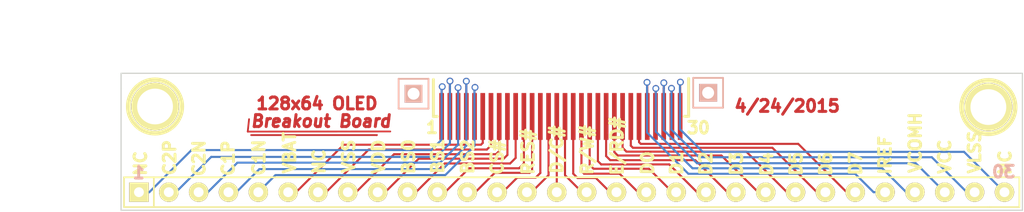
<source format=kicad_pcb>
(kicad_pcb (version 3) (host pcbnew "(2013-07-07 BZR 4022)-stable")

  (general
    (links 30)
    (no_connects 0)
    (area 158.751001 104.719001 246.627177 122.351001)
    (thickness 1.6)
    (drawings 50)
    (tracks 177)
    (zones 0)
    (modules 6)
    (nets 31)
  )

  (page A3)
  (layers
    (15 F.Cu signal)
    (0 B.Cu signal)
    (16 B.Adhes user)
    (17 F.Adhes user)
    (18 B.Paste user)
    (19 F.Paste user)
    (20 B.SilkS user)
    (21 F.SilkS user)
    (22 B.Mask user)
    (23 F.Mask user)
    (24 Dwgs.User user)
    (25 Cmts.User user)
    (26 Eco1.User user)
    (27 Eco2.User user)
    (28 Edge.Cuts user)
  )

  (setup
    (last_trace_width 0.1524)
    (user_trace_width 0.1778)
    (user_trace_width 0.4)
    (trace_clearance 0.1524)
    (zone_clearance 0.508)
    (zone_45_only no)
    (trace_min 0.1524)
    (segment_width 0.254)
    (edge_width 0.1)
    (via_size 0.508)
    (via_drill 0.3302)
    (via_min_size 0.508)
    (via_min_drill 0.3302)
    (user_via 0.5842 0.381)
    (uvia_size 0.508)
    (uvia_drill 0.3302)
    (uvias_allowed no)
    (uvia_min_size 0.508)
    (uvia_min_drill 0.3302)
    (pcb_text_width 0.3)
    (pcb_text_size 1.5 1.5)
    (mod_edge_width 0.15)
    (mod_text_size 1 1)
    (mod_text_width 0.15)
    (pad_size 1.651 1.651)
    (pad_drill 0.8382)
    (pad_to_mask_clearance 0)
    (aux_axis_origin 0 0)
    (visible_elements 7FFFFFFF)
    (pcbplotparams
      (layerselection 2097152)
      (usegerberextensions true)
      (excludeedgelayer true)
      (linewidth 0.150000)
      (plotframeref false)
      (viasonmask false)
      (mode 1)
      (useauxorigin false)
      (hpglpennumber 1)
      (hpglpenspeed 20)
      (hpglpendiameter 15)
      (hpglpenoverlay 2)
      (psnegative false)
      (psa4output false)
      (plotreference true)
      (plotvalue true)
      (plotothertext true)
      (plotinvisibletext false)
      (padsonsilk false)
      (subtractmaskfromsilk false)
      (outputformat 1)
      (mirror false)
      (drillshape 0)
      (scaleselection 1)
      (outputdirectory U:/Gerber/))
  )

  (net 0 "")
  (net 1 N-000001)
  (net 2 N-0000010)
  (net 3 N-0000011)
  (net 4 N-0000012)
  (net 5 N-0000013)
  (net 6 N-0000014)
  (net 7 N-0000015)
  (net 8 N-0000016)
  (net 9 N-0000017)
  (net 10 N-0000018)
  (net 11 N-0000019)
  (net 12 N-000002)
  (net 13 N-0000020)
  (net 14 N-0000021)
  (net 15 N-0000022)
  (net 16 N-0000023)
  (net 17 N-0000024)
  (net 18 N-0000025)
  (net 19 N-0000026)
  (net 20 N-0000027)
  (net 21 N-0000028)
  (net 22 N-0000029)
  (net 23 N-000003)
  (net 24 N-0000030)
  (net 25 N-000004)
  (net 26 N-000005)
  (net 27 N-000006)
  (net 28 N-000007)
  (net 29 N-000008)
  (net 30 N-000009)

  (net_class Default "This is the default net class."
    (clearance 0.1524)
    (trace_width 0.1524)
    (via_dia 0.508)
    (via_drill 0.3302)
    (uvia_dia 0.508)
    (uvia_drill 0.3302)
    (add_net "")
    (add_net N-000001)
    (add_net N-0000010)
    (add_net N-0000011)
    (add_net N-0000012)
    (add_net N-0000013)
    (add_net N-0000014)
    (add_net N-0000015)
    (add_net N-0000016)
    (add_net N-0000017)
    (add_net N-0000018)
    (add_net N-0000019)
    (add_net N-000002)
    (add_net N-0000020)
    (add_net N-0000021)
    (add_net N-0000022)
    (add_net N-0000023)
    (add_net N-0000024)
    (add_net N-0000025)
    (add_net N-0000026)
    (add_net N-0000027)
    (add_net N-0000028)
    (add_net N-0000029)
    (add_net N-000003)
    (add_net N-0000030)
    (add_net N-000004)
    (add_net N-000005)
    (add_net N-000006)
    (add_net N-000007)
    (add_net N-000008)
    (add_net N-000009)
  )

  (module DP (layer F.Cu) (tedit 553B8AAE) (tstamp 553AAE8F)
    (at 206.5 114.3)
    (path /553AADBD)
    (fp_text reference P2 (at 3.08 -2.67) (layer F.SilkS) hide
      (effects (font (size 1 1) (thickness 0.15)))
    )
    (fp_text value CONN_30 (at -4.3 -3) (layer F.SilkS) hide
      (effects (font (size 1 1) (thickness 0.15)))
    )
    (pad 1 smd rect (at -9.8 0) (size 0.4 4)
      (layers F.Cu F.Paste F.Mask)
      (net 30 N-000009)
    )
    (pad 2 smd rect (at -9.1 0) (size 0.4 4)
      (layers F.Cu F.Paste F.Mask)
      (net 29 N-000008)
    )
    (pad 3 smd rect (at -8.4 0) (size 0.4 4)
      (layers F.Cu F.Paste F.Mask)
      (net 28 N-000007)
    )
    (pad 4 smd rect (at -7.7 0) (size 0.4 4)
      (layers F.Cu F.Paste F.Mask)
      (net 27 N-000006)
    )
    (pad 5 smd rect (at -7 0) (size 0.4 4)
      (layers F.Cu F.Paste F.Mask)
      (net 26 N-000005)
    )
    (pad 6 smd rect (at -6.3 0) (size 0.4 4)
      (layers F.Cu F.Paste F.Mask)
      (net 25 N-000004)
    )
    (pad 7 smd rect (at -5.6 0) (size 0.4 4)
      (layers F.Cu F.Paste F.Mask)
      (net 23 N-000003)
    )
    (pad 8 smd rect (at -4.9 0) (size 0.4 4)
      (layers F.Cu F.Paste F.Mask)
      (net 12 N-000002)
    )
    (pad 9 smd rect (at -4.2 0) (size 0.4 4)
      (layers F.Cu F.Paste F.Mask)
      (net 5 N-0000013)
    )
    (pad 10 smd rect (at -3.5 0) (size 0.4 4)
      (layers F.Cu F.Paste F.Mask)
      (net 24 N-0000030)
    )
    (pad 11 smd rect (at -2.8 0) (size 0.4 4)
      (layers F.Cu F.Paste F.Mask)
      (net 22 N-0000029)
    )
    (pad 12 smd rect (at -2.1 0) (size 0.4 4)
      (layers F.Cu F.Paste F.Mask)
      (net 21 N-0000028)
    )
    (pad 13 smd rect (at -1.4 0) (size 0.4 4)
      (layers F.Cu F.Paste F.Mask)
      (net 16 N-0000023)
    )
    (pad 14 smd rect (at -0.7 0) (size 0.4 4)
      (layers F.Cu F.Paste F.Mask)
      (net 14 N-0000021)
    )
    (pad 15 smd rect (at 0 0) (size 0.4 4)
      (layers F.Cu F.Paste F.Mask)
      (net 11 N-0000019)
    )
    (pad 16 smd rect (at 0.7 0) (size 0.4 4)
      (layers F.Cu F.Paste F.Mask)
      (net 9 N-0000017)
    )
    (pad 17 smd rect (at 1.4 0) (size 0.4 4)
      (layers F.Cu F.Paste F.Mask)
      (net 7 N-0000015)
    )
    (pad 18 smd rect (at 2.1 0) (size 0.4 4)
      (layers F.Cu F.Paste F.Mask)
      (net 1 N-000001)
    )
    (pad 19 smd rect (at 2.8 0) (size 0.4 4)
      (layers F.Cu F.Paste F.Mask)
      (net 3 N-0000011)
    )
    (pad 20 smd rect (at 3.5 0) (size 0.4 4)
      (layers F.Cu F.Paste F.Mask)
      (net 17 N-0000024)
    )
    (pad 21 smd rect (at 4.2 0) (size 0.4 4)
      (layers F.Cu F.Paste F.Mask)
      (net 20 N-0000027)
    )
    (pad 22 smd rect (at 4.9 0) (size 0.4 4)
      (layers F.Cu F.Paste F.Mask)
      (net 19 N-0000026)
    )
    (pad 23 smd rect (at 5.6 0) (size 0.4 4)
      (layers F.Cu F.Paste F.Mask)
      (net 15 N-0000022)
    )
    (pad 24 smd rect (at 6.3 0) (size 0.4 4)
      (layers F.Cu F.Paste F.Mask)
      (net 13 N-0000020)
    )
    (pad 25 smd rect (at 7 0) (size 0.4 4)
      (layers F.Cu F.Paste F.Mask)
      (net 10 N-0000018)
    )
    (pad 26 smd rect (at 7.7 0) (size 0.4 4)
      (layers F.Cu F.Paste F.Mask)
      (net 8 N-0000016)
    )
    (pad 27 smd rect (at 8.4 0) (size 0.4 4)
      (layers F.Cu F.Paste F.Mask)
      (net 6 N-0000014)
    )
    (pad 28 smd rect (at 9.1 0) (size 0.4 4)
      (layers F.Cu F.Paste F.Mask)
      (net 4 N-0000012)
    )
    (pad 29 smd rect (at 9.8 0) (size 0.4 4)
      (layers F.Cu F.Paste F.Mask)
      (net 2 N-0000010)
    )
    (pad 30 smd rect (at 10.5 0) (size 0.4 4)
      (layers F.Cu F.Paste F.Mask)
      (net 18 N-0000025)
    )
  )

  (module CON (layer F.Cu) (tedit 553B8AA4) (tstamp 553AB4B3)
    (at 206.5 118.22)
    (path /553AADCE)
    (fp_text reference P1 (at 33.12 -2.93) (layer F.SilkS) hide
      (effects (font (size 1 1) (thickness 0.15)))
    )
    (fp_text value CONN_30 (at -4.826 0.508) (layer F.SilkS) hide
      (effects (font (size 1 1) (thickness 0.15)))
    )
    (fp_line (start 39.37 3.81) (end 36.83 3.81) (layer F.SilkS) (width 0.15))
    (fp_line (start 36.83 1.27) (end 39.37 1.27) (layer F.SilkS) (width 0.15))
    (fp_line (start -34.29 1.27) (end -34.29 3.81) (layer F.SilkS) (width 0.15))
    (fp_line (start -36.83 1.27) (end -36.83 3.81) (layer F.SilkS) (width 0.15))
    (fp_line (start -36.83 3.81) (end 36.83 3.81) (layer F.SilkS) (width 0.15))
    (fp_line (start 39.37 3.81) (end 39.37 1.27) (layer F.SilkS) (width 0.15))
    (fp_line (start 36.83 1.27) (end -36.83 1.27) (layer F.SilkS) (width 0.15))
    (pad 1 thru_hole rect (at -35.56 2.54) (size 1.651 1.651) (drill 0.8382)
      (layers *.Cu *.Mask F.SilkS)
      (net 30 N-000009)
    )
    (pad 2 thru_hole circle (at -33.02 2.54) (size 1.651 1.651) (drill 0.8382)
      (layers *.Cu *.Mask F.SilkS)
      (net 29 N-000008)
    )
    (pad 3 thru_hole circle (at -30.48 2.54) (size 1.651 1.651) (drill 0.8382)
      (layers *.Cu *.Mask F.SilkS)
      (net 28 N-000007)
    )
    (pad 4 thru_hole circle (at -27.94 2.54) (size 1.651 1.651) (drill 0.8382)
      (layers *.Cu *.Mask F.SilkS)
      (net 27 N-000006)
    )
    (pad 5 thru_hole circle (at -25.4 2.54) (size 1.651 1.651) (drill 0.8382)
      (layers *.Cu *.Mask F.SilkS)
      (net 26 N-000005)
    )
    (pad 6 thru_hole circle (at -22.86 2.54) (size 1.651 1.651) (drill 0.8382)
      (layers *.Cu *.Mask F.SilkS)
      (net 25 N-000004)
    )
    (pad 7 thru_hole circle (at -20.32 2.54) (size 1.651 1.651) (drill 0.8382)
      (layers *.Cu *.Mask F.SilkS)
      (net 23 N-000003)
    )
    (pad 8 thru_hole circle (at -17.78 2.54) (size 1.651 1.651) (drill 0.8382)
      (layers *.Cu *.Mask F.SilkS)
      (net 12 N-000002)
    )
    (pad 9 thru_hole circle (at -15.24 2.54) (size 1.651 1.651) (drill 0.8382)
      (layers *.Cu *.Mask F.SilkS)
      (net 5 N-0000013)
    )
    (pad 10 thru_hole circle (at -12.7 2.54) (size 1.651 1.651) (drill 0.8382)
      (layers *.Cu *.Mask F.SilkS)
      (net 24 N-0000030)
    )
    (pad 11 thru_hole circle (at -10.16 2.54) (size 1.651 1.651) (drill 0.8382)
      (layers *.Cu *.Mask F.SilkS)
      (net 22 N-0000029)
    )
    (pad 12 thru_hole circle (at -7.62 2.54) (size 1.651 1.651) (drill 0.8382)
      (layers *.Cu *.Mask F.SilkS)
      (net 21 N-0000028)
    )
    (pad 13 thru_hole circle (at -5.08 2.54) (size 1.651 1.651) (drill 0.8382)
      (layers *.Cu *.Mask F.SilkS)
      (net 16 N-0000023)
    )
    (pad 14 thru_hole circle (at -2.54 2.54) (size 1.651 1.651) (drill 0.8382)
      (layers *.Cu *.Mask F.SilkS)
      (net 14 N-0000021)
    )
    (pad 15 thru_hole circle (at 0 2.54) (size 1.651 1.651) (drill 0.8382)
      (layers *.Cu *.Mask F.SilkS)
      (net 11 N-0000019)
    )
    (pad 16 thru_hole circle (at 2.54 2.54) (size 1.651 1.651) (drill 0.8382)
      (layers *.Cu *.Mask F.SilkS)
      (net 9 N-0000017)
    )
    (pad 17 thru_hole circle (at 5.08 2.54) (size 1.651 1.651) (drill 0.8382)
      (layers *.Cu *.Mask F.SilkS)
      (net 7 N-0000015)
    )
    (pad 18 thru_hole circle (at 7.62 2.54) (size 1.651 1.651) (drill 0.8382)
      (layers *.Cu *.Mask F.SilkS)
      (net 1 N-000001)
    )
    (pad 19 thru_hole circle (at 10.16 2.54) (size 1.651 1.651) (drill 0.8382)
      (layers *.Cu *.Mask F.SilkS)
      (net 3 N-0000011)
    )
    (pad 20 thru_hole circle (at 12.7 2.54) (size 1.651 1.651) (drill 0.8382)
      (layers *.Cu *.Mask F.SilkS)
      (net 17 N-0000024)
    )
    (pad 21 thru_hole circle (at 15.24 2.54) (size 1.651 1.651) (drill 0.8382)
      (layers *.Cu *.Mask F.SilkS)
      (net 20 N-0000027)
    )
    (pad 22 thru_hole circle (at 17.78 2.54) (size 1.651 1.651) (drill 0.8382)
      (layers *.Cu *.Mask F.SilkS)
      (net 19 N-0000026)
    )
    (pad 23 thru_hole circle (at 20.32 2.54) (size 1.651 1.651) (drill 0.8382)
      (layers *.Cu *.Mask F.SilkS)
      (net 15 N-0000022)
    )
    (pad 24 thru_hole circle (at 22.86 2.54) (size 1.651 1.651) (drill 0.8382)
      (layers *.Cu *.Mask F.SilkS)
      (net 13 N-0000020)
    )
    (pad 25 thru_hole circle (at 25.4 2.54) (size 1.651 1.651) (drill 0.8382)
      (layers *.Cu *.Mask F.SilkS)
      (net 10 N-0000018)
    )
    (pad 26 thru_hole circle (at 27.94 2.54) (size 1.651 1.651) (drill 0.8382)
      (layers *.Cu *.Mask F.SilkS)
      (net 8 N-0000016)
    )
    (pad 27 thru_hole circle (at 30.48 2.54) (size 1.651 1.651) (drill 0.8382)
      (layers *.Cu *.Mask F.SilkS)
      (net 6 N-0000014)
    )
    (pad 28 thru_hole circle (at 33.02 2.54) (size 1.651 1.651) (drill 0.8382)
      (layers *.Cu *.Mask F.SilkS)
      (net 4 N-0000012)
    )
    (pad 29 thru_hole circle (at 35.56 2.54) (size 1.651 1.651) (drill 0.8382)
      (layers *.Cu *.Mask F.SilkS)
      (net 2 N-0000010)
    )
    (pad 30 thru_hole circle (at 38.1 2.54) (size 1.651 1.651) (drill 0.8382)
      (layers *.Cu *.Mask F.SilkS)
      (net 18 N-0000025)
    )
  )

  (module 1pin (layer F.Cu) (tedit 553ACE2F) (tstamp 553AF480)
    (at 172.31 113.45)
    (descr "module 1 pin (ou trou mecanique de percage)")
    (tags DEV)
    (path 1pin)
    (fp_text reference 1PIN (at -0.28 4.23) (layer F.SilkS) hide
      (effects (font (size 1.016 1.016) (thickness 0.254)))
    )
    (fp_text value P*** (at -0.15 3.92) (layer F.SilkS) hide
      (effects (font (size 1.016 1.016) (thickness 0.254)))
    )
    (fp_circle (center 0 0) (end 0 -2.286) (layer F.SilkS) (width 0.381))
    (pad 1 thru_hole circle (at 0 0) (size 4.064 4.064) (drill 3.048)
      (layers *.Cu *.Mask F.SilkS)
    )
  )

  (module 1pin (layer F.Cu) (tedit 553ACCAA) (tstamp 553ADC22)
    (at 243.23 113.5)
    (descr "module 1 pin (ou trou mecanique de percage)")
    (tags DEV)
    (path 1pin)
    (fp_text reference 1PIN (at 0.86 3.62) (layer F.SilkS) hide
      (effects (font (size 1.016 1.016) (thickness 0.254)))
    )
    (fp_text value P*** (at 0 2.794) (layer F.SilkS) hide
      (effects (font (size 1.016 1.016) (thickness 0.254)))
    )
    (fp_circle (center 0 0) (end 0 -2.286) (layer F.SilkS) (width 0.381))
    (pad 1 thru_hole circle (at 0 0) (size 4.064 4.064) (drill 3.048)
      (layers *.Cu *.Mask F.SilkS)
    )
  )

  (module PIN_ARRAY_1 (layer B.Cu) (tedit 553ACD46) (tstamp 553AF3DB)
    (at 194.31 112.36)
    (descr "1 pin")
    (tags "CONN DEV")
    (fp_text reference PIN_ARRAY_1 (at -10.9 0.68) (layer B.SilkS) hide
      (effects (font (size 0.762 0.762) (thickness 0.1524)) (justify mirror))
    )
    (fp_text value Val** (at -5.82 0.68) (layer B.SilkS) hide
      (effects (font (size 0.762 0.762) (thickness 0.1524)) (justify mirror))
    )
    (fp_line (start 1.27 -1.27) (end -1.27 -1.27) (layer B.SilkS) (width 0.1524))
    (fp_line (start -1.27 1.27) (end 1.27 1.27) (layer B.SilkS) (width 0.1524))
    (fp_line (start -1.27 -1.27) (end -1.27 1.27) (layer B.SilkS) (width 0.1524))
    (fp_line (start 1.27 1.27) (end 1.27 -1.27) (layer B.SilkS) (width 0.1524))
    (pad 1 thru_hole rect (at 0 0) (size 1.524 1.524) (drill 1.016)
      (layers *.Cu *.Mask B.SilkS)
    )
    (model pin_array\pin_1.wrl
      (at (xyz 0 0 0))
      (scale (xyz 1 1 1))
      (rotate (xyz 0 0 0))
    )
  )

  (module PIN_ARRAY_1 (layer B.Cu) (tedit 553ACD37) (tstamp 553AF3F7)
    (at 219.38 112.28)
    (descr "1 pin")
    (tags "CONN DEV")
    (fp_text reference PIN_ARRAY_1 (at 5.51 -3.14) (layer B.SilkS) hide
      (effects (font (size 0.762 0.762) (thickness 0.1524)) (justify mirror))
    )
    (fp_text value Val** (at 4.04 -3.02) (layer B.SilkS) hide
      (effects (font (size 0.762 0.762) (thickness 0.1524)) (justify mirror))
    )
    (fp_line (start 1.27 -1.27) (end -1.27 -1.27) (layer B.SilkS) (width 0.1524))
    (fp_line (start -1.27 1.27) (end 1.27 1.27) (layer B.SilkS) (width 0.1524))
    (fp_line (start -1.27 -1.27) (end -1.27 1.27) (layer B.SilkS) (width 0.1524))
    (fp_line (start 1.27 1.27) (end 1.27 -1.27) (layer B.SilkS) (width 0.1524))
    (pad 1 thru_hole rect (at 0 0) (size 1.524 1.524) (drill 1.016)
      (layers *.Cu *.Mask B.SilkS)
    )
    (model pin_array\pin_1.wrl
      (at (xyz 0 0 0))
      (scale (xyz 1 1 1))
      (rotate (xyz 0 0 0))
    )
  )

  (gr_line (start 217.72 114.29) (end 217.72 111.06) (angle 90) (layer F.SilkS) (width 0.254))
  (gr_line (start 217.36 114.29) (end 217.72 114.29) (angle 90) (layer F.SilkS) (width 0.254))
  (gr_line (start 196 114.3) (end 196 111.15) (angle 90) (layer F.SilkS) (width 0.254))
  (gr_line (start 196.33 114.3) (end 196 114.3) (angle 90) (layer F.SilkS) (width 0.254))
  (gr_text 30 (at 218.55 115.27) (layer F.SilkS)
    (effects (font (size 1 1) (thickness 0.25)))
  )
  (gr_text 1 (at 195.88 115.24) (layer F.SilkS)
    (effects (font (size 1 1) (thickness 0.25)))
  )
  (gr_text NC (at 244.65 118.24 90) (layer F.SilkS)
    (effects (font (size 1 1) (thickness 0.25)))
  )
  (gr_text VLSS (at 242.06 117.35 90) (layer F.SilkS)
    (effects (font (size 1 1) (thickness 0.25)))
  )
  (gr_text VCC (at 239.52 117.73 90) (layer F.SilkS)
    (effects (font (size 1 1) (thickness 0.25)))
  )
  (gr_text VCOMH (at 237.01 116.54 90) (layer F.SilkS)
    (effects (font (size 1 1) (thickness 0.25)))
  )
  (gr_text IREF (at 234.44 117.6 90) (layer F.SilkS)
    (effects (font (size 1 1) (thickness 0.25)))
  )
  (gr_text D7 (at 231.93 118.31 90) (layer F.SilkS)
    (effects (font (size 1 1) (thickness 0.25)))
  )
  (gr_text D6 (at 229.39 118.34 90) (layer F.SilkS)
    (effects (font (size 1 1) (thickness 0.25)))
  )
  (gr_text D5 (at 226.87 118.34 90) (layer F.SilkS)
    (effects (font (size 1 1) (thickness 0.25)))
  )
  (gr_text D3 (at 221.79 118.33 90) (layer F.SilkS)
    (effects (font (size 1 1) (thickness 0.25)))
  )
  (gr_text D4 (at 224.37 118.36 90) (layer F.SilkS)
    (effects (font (size 1 1) (thickness 0.25)))
  )
  (gr_text D2 (at 219.19 118.31 90) (layer F.SilkS)
    (effects (font (size 1 1) (thickness 0.25)))
  )
  (gr_text D1 (at 216.7 118.29 90) (layer F.SilkS)
    (effects (font (size 1 1) (thickness 0.25)))
  )
  (gr_text "D0\n" (at 214.23 118.27 90) (layer F.SilkS)
    (effects (font (size 1 1) (thickness 0.25)))
  )
  (gr_text E/RD# (at 211.63 116.81 90) (layer F.SilkS)
    (effects (font (size 1 1) (thickness 0.25)))
  )
  (gr_text R/W# (at 209.09 117.16 90) (layer F.SilkS)
    (effects (font (size 1 1) (thickness 0.25)))
  )
  (gr_text D/C# (at 206.5 117.12 90) (layer F.SilkS)
    (effects (font (size 1 1) (thickness 0.25)))
  )
  (gr_text RES# (at 204.06 117.31 90) (layer F.SilkS)
    (effects (font (size 1 1) (thickness 0.25)))
  )
  (gr_text CS# (at 201.43 117.77 90) (layer F.SilkS)
    (effects (font (size 1 1) (thickness 0.25)))
  )
  (gr_text BS2 (at 198.92 117.73 90) (layer F.SilkS)
    (effects (font (size 1 1) (thickness 0.25)))
  )
  (gr_text BS1 (at 196.37 117.69 90) (layer F.SilkS)
    (effects (font (size 1 1) (thickness 0.25)))
  )
  (gr_text BS0 (at 193.89 117.73 90) (layer F.SilkS)
    (effects (font (size 1 1) (thickness 0.25)))
  )
  (gr_text VDD (at 191.34 117.73 90) (layer F.SilkS)
    (effects (font (size 1 1) (thickness 0.25)))
  )
  (gr_text VSS (at 188.79 117.69 90) (layer F.SilkS)
    (effects (font (size 1 1) (thickness 0.25)))
  )
  (gr_text NC (at 186.27 118.15 90) (layer F.SilkS)
    (effects (font (size 1 1) (thickness 0.25)))
  )
  (gr_text VBAT (at 183.76 117.39 90) (layer F.SilkS)
    (effects (font (size 1 1) (thickness 0.25)))
  )
  (gr_text C1N (at 181.15 117.81 90) (layer F.SilkS)
    (effects (font (size 1 1) (thickness 0.25)))
  )
  (gr_text C1P (at 178.54 117.86 90) (layer F.SilkS)
    (effects (font (size 1 1) (thickness 0.25)))
  )
  (gr_text C2N (at 176.05 117.86 90) (layer F.SilkS)
    (effects (font (size 1 1) (thickness 0.25)))
  )
  (gr_text C2P (at 173.56 117.81 90) (layer F.SilkS)
    (effects (font (size 1 1) (thickness 0.25)))
  )
  (gr_text NC (at 171.07 118.3 90) (layer F.SilkS)
    (effects (font (size 1 1) (thickness 0.25)))
  )
  (gr_text 30 (at 244.53 119.02) (layer B.SilkS)
    (effects (font (size 1 1) (thickness 0.25)) (justify mirror))
  )
  (gr_text 1 (at 170.92 119.1) (layer B.SilkS)
    (effects (font (size 1 1) (thickness 0.25)) (justify mirror))
  )
  (dimension 76.708 (width 0.3) (layer Cmts.User)
    (gr_text "76.708 mm" (at 207.772 106.219001) (layer Cmts.User)
      (effects (font (size 1.5 1.5) (thickness 0.3)))
    )
    (feature1 (pts (xy 246.126 110.617) (xy 246.126 104.869001)))
    (feature2 (pts (xy 169.418 110.617) (xy 169.418 104.869001)))
    (crossbar (pts (xy 169.418 107.569001) (xy 246.126 107.569001)))
    (arrow1a (pts (xy 246.126 107.569001) (xy 244.999497 108.155421)))
    (arrow1b (pts (xy 246.126 107.569001) (xy 244.999497 106.982581)))
    (arrow2a (pts (xy 169.418 107.569001) (xy 170.544503 108.155421)))
    (arrow2b (pts (xy 169.418 107.569001) (xy 170.544503 106.982581)))
  )
  (dimension 11.684 (width 0.3) (layer Cmts.User)
    (gr_text "11.684 mm" (at 165.401 116.459 90) (layer Cmts.User)
      (effects (font (size 1.5 1.5) (thickness 0.3)))
    )
    (feature1 (pts (xy 169.418 110.617) (xy 164.051 110.617)))
    (feature2 (pts (xy 169.418 122.301) (xy 164.051 122.301)))
    (crossbar (pts (xy 166.751 122.301) (xy 166.751 110.617)))
    (arrow1a (pts (xy 166.751 110.617) (xy 167.33742 111.743503)))
    (arrow1b (pts (xy 166.751 110.617) (xy 166.16458 111.743503)))
    (arrow2a (pts (xy 166.751 122.301) (xy 167.33742 121.174497)))
    (arrow2b (pts (xy 166.751 122.301) (xy 166.16458 121.174497)))
  )
  (gr_line (start 246.126 110.617) (end 246.126 122.301) (angle 90) (layer Edge.Cuts) (width 0.1))
  (gr_line (start 245.999 110.617) (end 246.126 110.617) (angle 90) (layer Edge.Cuts) (width 0.1))
  (gr_line (start 169.418 110.617) (end 245.999 110.617) (angle 90) (layer Edge.Cuts) (width 0.1))
  (gr_line (start 169.418 110.871) (end 169.418 110.617) (angle 90) (layer Edge.Cuts) (width 0.1))
  (gr_line (start 169.418 111.887) (end 169.418 110.871) (angle 90) (layer Edge.Cuts) (width 0.1))
  (gr_line (start 169.418 122.301) (end 169.418 111.887) (angle 90) (layer Edge.Cuts) (width 0.1))
  (gr_line (start 246.126 122.301) (end 169.418 122.301) (angle 90) (layer Edge.Cuts) (width 0.1))
  (gr_text 4/24/2015 (at 226.11 113.41) (layer F.Cu)
    (effects (font (size 1.016 1.016) (thickness 0.254)))
  )
  (gr_text "Breakout Board" (at 186.44 114.7) (layer F.Cu)
    (effects (font (size 1.016 1.016) (thickness 0.254) italic))
  )
  (gr_text "128x64 OLED " (at 186.48 113.2) (layer F.Cu)
    (effects (font (size 1.016 1.016) (thickness 0.254)))
  )

  (segment (start 180.49 115.89) (end 191.18 115.89) (width 0.1524) (layer F.Cu) (net 0))
  (segment (start 191.18 115.89) (end 191.19 115.88) (width 0.1524) (layer F.Cu) (net 0) (tstamp 553ABDDB))
  (segment (start 192.33 115.58) (end 180.198916 115.589884) (width 0.1524) (layer F.Cu) (net 0))
  (segment (start 180.198916 115.589884) (end 180.312226 114.532381) (width 0.1524) (layer F.Cu) (net 0))
  (segment (start 208.82 119.18) (end 208.6 118.96) (width 0.1778) (layer F.Cu) (net 1) (tstamp 553AB018))
  (segment (start 211.84 119.18) (end 208.82 119.18) (width 0.1778) (layer F.Cu) (net 1) (tstamp 553AB015))
  (segment (start 214.12 120.76) (end 214.12 121.46) (width 0.1778) (layer F.Cu) (net 1))
  (segment (start 214.12 121.46) (end 211.84 119.18) (width 0.1778) (layer F.Cu) (net 1) (tstamp 553AB012))
  (segment (start 208.6 118.96) (end 208.6 114.3) (width 0.1778) (layer F.Cu) (net 1) (tstamp 553AB019))
  (segment (start 242.06 120.76) (end 241.4 120.76) (width 0.1778) (layer B.Cu) (net 2))
  (segment (start 216.3 111.94) (end 216.3 114.3) (width 0.1778) (layer F.Cu) (net 2) (tstamp 553AB597))
  (segment (start 216.26 111.9) (end 216.3 111.94) (width 0.1778) (layer F.Cu) (net 2) (tstamp 553AB596))
  (via (at 216.26 111.9) (size 0.5842) (drill 0.381) (layers F.Cu B.Cu) (net 2))
  (segment (start 216.26 115.43) (end 216.26 111.9) (width 0.1778) (layer B.Cu) (net 2) (tstamp 553AB593))
  (segment (start 218.61 117.78) (end 216.26 115.43) (width 0.1778) (layer B.Cu) (net 2) (tstamp 553AB591))
  (segment (start 238.42 117.78) (end 218.61 117.78) (width 0.1778) (layer B.Cu) (net 2) (tstamp 553AB58F))
  (segment (start 241.4 120.76) (end 238.42 117.78) (width 0.1778) (layer B.Cu) (net 2) (tstamp 553AB58E))
  (segment (start 216.66 120.76) (end 216.34 120.76) (width 0.1778) (layer F.Cu) (net 3))
  (segment (start 216.34 120.76) (end 214.34 118.76) (width 0.1778) (layer F.Cu) (net 3) (tstamp 553AB02D))
  (segment (start 209.63 118.76) (end 209.3 118.43) (width 0.1778) (layer F.Cu) (net 3) (tstamp 553AB032))
  (segment (start 214.34 118.76) (end 209.63 118.76) (width 0.1778) (layer F.Cu) (net 3) (tstamp 553AB02F))
  (segment (start 209.3 118.43) (end 209.3 114.3) (width 0.1778) (layer F.Cu) (net 3) (tstamp 553AB033))
  (segment (start 215.6 114.3) (end 215.6 111.91) (width 0.1778) (layer F.Cu) (net 4))
  (segment (start 237.05 118.29) (end 239.52 120.76) (width 0.1778) (layer B.Cu) (net 4) (tstamp 553AB58A))
  (segment (start 218.43 118.29) (end 237.05 118.29) (width 0.1778) (layer B.Cu) (net 4) (tstamp 553AB588))
  (segment (start 215.61 115.47) (end 218.43 118.29) (width 0.1778) (layer B.Cu) (net 4) (tstamp 553AB587))
  (segment (start 215.61 111.43) (end 215.61 115.47) (width 0.1778) (layer B.Cu) (net 4) (tstamp 553AB586))
  (via (at 215.61 111.43) (size 0.5842) (drill 0.381) (layers F.Cu B.Cu) (net 4))
  (segment (start 215.61 111.9) (end 215.61 111.43) (width 0.1778) (layer F.Cu) (net 4) (tstamp 553AB584))
  (segment (start 215.6 111.91) (end 215.61 111.9) (width 0.1778) (layer F.Cu) (net 4) (tstamp 553AB581))
  (segment (start 191.26 120.76) (end 191.89 120.76) (width 0.1778) (layer F.Cu) (net 5))
  (segment (start 201.98 117.9) (end 202.3 117.58) (width 0.1778) (layer F.Cu) (net 5) (tstamp 553AB5E7))
  (segment (start 194.75 117.9) (end 201.98 117.9) (width 0.1778) (layer F.Cu) (net 5) (tstamp 553AB5E5))
  (segment (start 191.89 120.76) (end 194.75 117.9) (width 0.1778) (layer F.Cu) (net 5) (tstamp 553AB5E4))
  (segment (start 202.3 117.58) (end 202.3 114.3) (width 0.1778) (layer F.Cu) (net 5) (tstamp 553AB5E8))
  (segment (start 236.98 120.76) (end 236.24 120.76) (width 0.1778) (layer B.Cu) (net 6))
  (segment (start 214.91 114.29) (end 214.9 114.3) (width 0.1778) (layer F.Cu) (net 6) (tstamp 553AB575))
  (segment (start 214.91 111.93) (end 214.91 114.29) (width 0.1778) (layer F.Cu) (net 6) (tstamp 553AB574))
  (segment (start 214.93 111.91) (end 214.91 111.93) (width 0.1778) (layer F.Cu) (net 6) (tstamp 553AB573))
  (via (at 214.93 111.91) (size 0.5842) (drill 0.381) (layers F.Cu B.Cu) (net 6))
  (segment (start 214.93 115.6) (end 214.93 111.91) (width 0.1778) (layer B.Cu) (net 6) (tstamp 553AB570))
  (segment (start 218.05 118.72) (end 214.93 115.6) (width 0.1778) (layer B.Cu) (net 6) (tstamp 553AB56E))
  (segment (start 234.2 118.72) (end 218.05 118.72) (width 0.1778) (layer B.Cu) (net 6) (tstamp 553AB56C))
  (segment (start 236.24 120.76) (end 234.2 118.72) (width 0.1778) (layer B.Cu) (net 6) (tstamp 553AB56A))
  (segment (start 207.9 119.18) (end 207.9 114.3) (width 0.1778) (layer F.Cu) (net 7) (tstamp 553AB0EB))
  (segment (start 208.27 119.55) (end 207.9 119.18) (width 0.1778) (layer F.Cu) (net 7) (tstamp 553AB0EA))
  (segment (start 209.83 119.55) (end 208.27 119.55) (width 0.1778) (layer F.Cu) (net 7) (tstamp 553AB0E8))
  (segment (start 211.58 120.76) (end 211.58 120.44) (width 0.1778) (layer F.Cu) (net 7))
  (segment (start 210.99 120.71) (end 209.83 119.55) (width 0.1778) (layer F.Cu) (net 7) (tstamp 553AB0E7))
  (segment (start 214.18 111.39) (end 214.18 115.67) (width 0.1778) (layer B.Cu) (net 8))
  (segment (start 233.46 120.76) (end 234.44 120.76) (width 0.1778) (layer B.Cu) (net 8) (tstamp 553AB566))
  (segment (start 231.89 119.19) (end 233.46 120.76) (width 0.1778) (layer B.Cu) (net 8) (tstamp 553AB564))
  (segment (start 217.7 119.19) (end 231.89 119.19) (width 0.1778) (layer B.Cu) (net 8) (tstamp 553AB562))
  (segment (start 214.18 115.67) (end 217.7 119.19) (width 0.1778) (layer B.Cu) (net 8) (tstamp 553AB560))
  (segment (start 214.2 114.3) (end 214.2 111.41) (width 0.1778) (layer F.Cu) (net 8))
  (segment (start 214.19 111.38) (end 214.19 111.37) (width 0.1778) (layer B.Cu) (net 8) (tstamp 553AB55C))
  (segment (start 214.18 111.39) (end 214.19 111.38) (width 0.1778) (layer B.Cu) (net 8) (tstamp 553AB55B))
  (via (at 214.18 111.39) (size 0.5842) (drill 0.381) (layers F.Cu B.Cu) (net 8))
  (segment (start 214.2 111.41) (end 214.18 111.39) (width 0.1778) (layer F.Cu) (net 8) (tstamp 553AB559))
  (segment (start 207.2 119.31) (end 207.2 114.3) (width 0.1778) (layer F.Cu) (net 9) (tstamp 553AAFF1))
  (segment (start 209.04 120.76) (end 208.65 120.76) (width 0.1778) (layer F.Cu) (net 9))
  (segment (start 208.65 120.76) (end 207.2 119.31) (width 0.1778) (layer F.Cu) (net 9) (tstamp 553AAFF0))
  (segment (start 231.9 120.76) (end 231.17 120.76) (width 0.1778) (layer F.Cu) (net 10))
  (segment (start 213.5 116.49) (end 213.5 114.3) (width 0.1778) (layer F.Cu) (net 10) (tstamp 553AB4E2))
  (segment (start 213.649394 116.639394) (end 213.5 116.49) (width 0.1778) (layer F.Cu) (net 10) (tstamp 553AB4E1))
  (segment (start 227.049394 116.639394) (end 213.649394 116.639394) (width 0.1778) (layer F.Cu) (net 10) (tstamp 553AB4DF))
  (segment (start 231.17 120.76) (end 227.049394 116.639394) (width 0.1778) (layer F.Cu) (net 10) (tstamp 553AB4DD))
  (segment (start 206.5 120.76) (end 206.5 114.3) (width 0.1778) (layer F.Cu) (net 11))
  (segment (start 201.6 117.25) (end 201.6 114.3) (width 0.1778) (layer F.Cu) (net 12) (tstamp 553AB5EF))
  (segment (start 188.72 120.76) (end 189.41 120.76) (width 0.1778) (layer F.Cu) (net 12))
  (segment (start 201.33 117.52) (end 201.6 117.25) (width 0.1778) (layer F.Cu) (net 12) (tstamp 553AB5EE))
  (segment (start 192.65 117.52) (end 201.33 117.52) (width 0.1778) (layer F.Cu) (net 12) (tstamp 553AB5EC))
  (segment (start 189.41 120.76) (end 192.65 117.52) (width 0.1778) (layer F.Cu) (net 12) (tstamp 553AB5EB))
  (segment (start 212.8 116.79) (end 212.8 114.3) (width 0.1778) (layer F.Cu) (net 13) (tstamp 553AB169))
  (segment (start 212.979596 116.969596) (end 212.8 116.79) (width 0.1778) (layer F.Cu) (net 13) (tstamp 553AB168))
  (segment (start 224.849596 116.969596) (end 212.979596 116.969596) (width 0.1778) (layer F.Cu) (net 13) (tstamp 553AB164))
  (segment (start 229.36 120.76) (end 228.64 120.76) (width 0.1778) (layer F.Cu) (net 13))
  (segment (start 228.64 120.76) (end 224.849596 116.969596) (width 0.1778) (layer F.Cu) (net 13) (tstamp 553AB160))
  (segment (start 205.8 119.31) (end 205.8 114.3) (width 0.1778) (layer F.Cu) (net 14) (tstamp 553AAFEC))
  (segment (start 203.96 120.76) (end 204.35 120.76) (width 0.1778) (layer F.Cu) (net 14))
  (segment (start 204.35 120.76) (end 205.8 119.31) (width 0.1778) (layer F.Cu) (net 14) (tstamp 553AAFEB))
  (segment (start 212.1 116.97) (end 212.1 114.3) (width 0.1778) (layer F.Cu) (net 15) (tstamp 553AB15B))
  (segment (start 212.429798 117.299798) (end 212.1 116.97) (width 0.1778) (layer F.Cu) (net 15) (tstamp 553AB159))
  (segment (start 222.629798 117.299798) (end 212.429798 117.299798) (width 0.1778) (layer F.Cu) (net 15) (tstamp 553AB154))
  (segment (start 226.82 120.76) (end 226.09 120.76) (width 0.1778) (layer F.Cu) (net 15))
  (segment (start 226.09 120.76) (end 222.629798 117.299798) (width 0.1778) (layer F.Cu) (net 15) (tstamp 553AB150))
  (segment (start 205.1 119.12) (end 205.1 114.3) (width 0.1778) (layer F.Cu) (net 16) (tstamp 553AB00C))
  (segment (start 204.7 119.52) (end 205.1 119.12) (width 0.1778) (layer F.Cu) (net 16) (tstamp 553AB009))
  (segment (start 203.13 119.52) (end 204.7 119.52) (width 0.1778) (layer F.Cu) (net 16) (tstamp 553AB006))
  (segment (start 201.42 120.76) (end 201.89 120.76) (width 0.1778) (layer F.Cu) (net 16))
  (segment (start 201.89 120.76) (end 203.13 119.52) (width 0.1778) (layer F.Cu) (net 16) (tstamp 553AB002))
  (segment (start 219.2 120.76) (end 218.44 120.76) (width 0.1778) (layer F.Cu) (net 17))
  (segment (start 218.44 120.76) (end 216.07 118.39) (width 0.1778) (layer F.Cu) (net 17) (tstamp 553AB0D2))
  (segment (start 210.28 118.39) (end 210 118.11) (width 0.1778) (layer F.Cu) (net 17) (tstamp 553AB0D7))
  (segment (start 216.07 118.39) (end 210.28 118.39) (width 0.1778) (layer F.Cu) (net 17) (tstamp 553AB0D4))
  (segment (start 210 118.11) (end 210 114.3) (width 0.1778) (layer F.Cu) (net 17) (tstamp 553AB0D8))
  (segment (start 217 114.3) (end 217 111.39) (width 0.1778) (layer F.Cu) (net 18))
  (segment (start 241.16 117.32) (end 244.6 120.76) (width 0.1778) (layer B.Cu) (net 18) (tstamp 553AB5A2))
  (segment (start 218.92 117.32) (end 241.16 117.32) (width 0.1778) (layer B.Cu) (net 18) (tstamp 553AB5A0))
  (segment (start 216.98 115.38) (end 218.92 117.32) (width 0.1778) (layer B.Cu) (net 18) (tstamp 553AB59E))
  (segment (start 216.98 111.41) (end 216.98 115.38) (width 0.1778) (layer B.Cu) (net 18) (tstamp 553AB59D))
  (segment (start 217.02 111.37) (end 216.98 111.41) (width 0.1778) (layer B.Cu) (net 18) (tstamp 553AB59C))
  (via (at 217.02 111.37) (size 0.5842) (drill 0.381) (layers F.Cu B.Cu) (net 18))
  (segment (start 217 111.39) (end 217.02 111.37) (width 0.1778) (layer F.Cu) (net 18) (tstamp 553AB59A))
  (segment (start 211.4 114.3) (end 211.4 117.34) (width 0.1778) (layer F.Cu) (net 19))
  (segment (start 211.4 117.34) (end 211.69 117.63) (width 0.1778) (layer F.Cu) (net 19) (tstamp 553AB061))
  (segment (start 220.51 117.63) (end 224.01 121.13) (width 0.1778) (layer F.Cu) (net 19) (tstamp 553AB065))
  (segment (start 211.69 117.63) (end 220.51 117.63) (width 0.1778) (layer F.Cu) (net 19) (tstamp 553AB062))
  (segment (start 210.7 117.68) (end 210.7 114.3) (width 0.1778) (layer F.Cu) (net 20) (tstamp 553AB051))
  (segment (start 221.74 120.76) (end 221.02 120.76) (width 0.1778) (layer F.Cu) (net 20))
  (segment (start 221.02 120.76) (end 218.29 118.03) (width 0.1778) (layer F.Cu) (net 20) (tstamp 553AB049))
  (segment (start 211.05 118.03) (end 210.7 117.68) (width 0.1778) (layer F.Cu) (net 20) (tstamp 553AB050))
  (segment (start 218.29 118.03) (end 211.05 118.03) (width 0.1778) (layer F.Cu) (net 20) (tstamp 553AB04B))
  (segment (start 204.4 118.9) (end 204.4 114.3) (width 0.1778) (layer F.Cu) (net 21) (tstamp 553AB5D2))
  (segment (start 198.88 120.76) (end 199.57 120.76) (width 0.1778) (layer F.Cu) (net 21))
  (segment (start 204.19 119.11) (end 204.4 118.9) (width 0.1778) (layer F.Cu) (net 21) (tstamp 553AB5D1))
  (segment (start 201.22 119.11) (end 204.19 119.11) (width 0.1778) (layer F.Cu) (net 21) (tstamp 553AB5CF))
  (segment (start 199.57 120.76) (end 201.22 119.11) (width 0.1778) (layer F.Cu) (net 21) (tstamp 553AB5CE))
  (segment (start 203.7 118.31) (end 203.7 114.3) (width 0.1778) (layer F.Cu) (net 22) (tstamp 553AB5D9))
  (segment (start 196.34 120.76) (end 196.99 120.76) (width 0.1778) (layer F.Cu) (net 22))
  (segment (start 203.29 118.72) (end 203.7 118.31) (width 0.1778) (layer F.Cu) (net 22) (tstamp 553AB5D8))
  (segment (start 199.03 118.72) (end 203.29 118.72) (width 0.1778) (layer F.Cu) (net 22) (tstamp 553AB5D6))
  (segment (start 196.99 120.76) (end 199.03 118.72) (width 0.1778) (layer F.Cu) (net 22) (tstamp 553AB5D5))
  (segment (start 200.9 116.77) (end 200.9 114.3) (width 0.1778) (layer F.Cu) (net 23) (tstamp 553AB5F6))
  (segment (start 186.18 120.76) (end 186.86 120.76) (width 0.1778) (layer F.Cu) (net 23))
  (segment (start 200.55 117.12) (end 200.9 116.77) (width 0.1778) (layer F.Cu) (net 23) (tstamp 553AB5F5))
  (segment (start 190.5 117.12) (end 200.55 117.12) (width 0.1778) (layer F.Cu) (net 23) (tstamp 553AB5F3))
  (segment (start 186.86 120.76) (end 190.5 117.12) (width 0.1778) (layer F.Cu) (net 23) (tstamp 553AB5F2))
  (segment (start 203 117.84) (end 203 114.3) (width 0.1778) (layer F.Cu) (net 24) (tstamp 553AB5E0))
  (segment (start 193.8 120.76) (end 194.51 120.76) (width 0.1778) (layer F.Cu) (net 24))
  (segment (start 202.53 118.31) (end 203 117.84) (width 0.1778) (layer F.Cu) (net 24) (tstamp 553AB5DF))
  (segment (start 196.96 118.31) (end 202.53 118.31) (width 0.1778) (layer F.Cu) (net 24) (tstamp 553AB5DD))
  (segment (start 194.51 120.76) (end 196.96 118.31) (width 0.1778) (layer F.Cu) (net 24) (tstamp 553AB5DC))
  (segment (start 200.2 116.56) (end 200.2 114.3) (width 0.1778) (layer F.Cu) (net 25) (tstamp 553AB5FD))
  (segment (start 183.64 120.76) (end 184.31 120.76) (width 0.1778) (layer F.Cu) (net 25))
  (segment (start 200.05 116.71) (end 200.2 116.56) (width 0.1778) (layer F.Cu) (net 25) (tstamp 553AB5FC))
  (segment (start 188.36 116.71) (end 200.05 116.71) (width 0.1778) (layer F.Cu) (net 25) (tstamp 553AB5FA))
  (segment (start 184.31 120.76) (end 188.36 116.71) (width 0.1778) (layer F.Cu) (net 25) (tstamp 553AB5F9))
  (segment (start 199.5 114.3) (end 199.5 111.86) (width 0.1778) (layer F.Cu) (net 26))
  (segment (start 182.56 119.3) (end 181.1 120.76) (width 0.1778) (layer B.Cu) (net 26) (tstamp 553AB608))
  (segment (start 197.01 119.3) (end 182.56 119.3) (width 0.1778) (layer B.Cu) (net 26) (tstamp 553AB606))
  (segment (start 199.49 116.82) (end 197.01 119.3) (width 0.1778) (layer B.Cu) (net 26) (tstamp 553AB604))
  (segment (start 199.49 111.87) (end 199.49 116.82) (width 0.1778) (layer B.Cu) (net 26) (tstamp 553AB603))
  (segment (start 199.54 111.82) (end 199.49 111.87) (width 0.1778) (layer B.Cu) (net 26) (tstamp 553AB602))
  (via (at 199.54 111.82) (size 0.5842) (drill 0.381) (layers F.Cu B.Cu) (net 26))
  (segment (start 199.5 111.86) (end 199.54 111.82) (width 0.1778) (layer F.Cu) (net 26) (tstamp 553AB600))
  (segment (start 178.56 120.76) (end 179.22 120.76) (width 0.1778) (layer B.Cu) (net 27))
  (segment (start 198.8 111.29) (end 198.8 114.3) (width 0.1778) (layer F.Cu) (net 27) (tstamp 553AB614))
  (via (at 198.8 111.29) (size 0.5842) (drill 0.381) (layers F.Cu B.Cu) (net 27))
  (segment (start 198.8 116.79) (end 198.8 111.29) (width 0.1778) (layer B.Cu) (net 27) (tstamp 553AB611))
  (segment (start 196.8 118.79) (end 198.8 116.79) (width 0.1778) (layer B.Cu) (net 27) (tstamp 553AB60F))
  (segment (start 181.19 118.79) (end 196.8 118.79) (width 0.1778) (layer B.Cu) (net 27) (tstamp 553AB60D))
  (segment (start 179.22 120.76) (end 181.19 118.79) (width 0.1778) (layer B.Cu) (net 27) (tstamp 553AB60C))
  (segment (start 198.1 114.3) (end 198.1 111.84) (width 0.1778) (layer F.Cu) (net 28))
  (segment (start 176.8 120.76) (end 176.02 120.76) (width 0.1778) (layer B.Cu) (net 28) (tstamp 553AB61F))
  (segment (start 179.32 118.24) (end 176.8 120.76) (width 0.1778) (layer B.Cu) (net 28) (tstamp 553AB61D))
  (segment (start 196.57 118.24) (end 179.32 118.24) (width 0.1778) (layer B.Cu) (net 28) (tstamp 553AB61B))
  (segment (start 198.1 116.71) (end 196.57 118.24) (width 0.1778) (layer B.Cu) (net 28) (tstamp 553AB61A))
  (segment (start 198.1 111.84) (end 198.1 116.71) (width 0.1778) (layer B.Cu) (net 28) (tstamp 553AB619))
  (via (at 198.1 111.84) (size 0.5842) (drill 0.381) (layers F.Cu B.Cu) (net 28))
  (segment (start 173.48 120.76) (end 174.08 120.76) (width 0.1778) (layer B.Cu) (net 29))
  (segment (start 197.4 111.29) (end 197.4 114.3) (width 0.1778) (layer F.Cu) (net 29) (tstamp 553AB62C))
  (segment (start 197.41 111.28) (end 197.4 111.29) (width 0.1778) (layer F.Cu) (net 29) (tstamp 553AB62B))
  (via (at 197.41 111.28) (size 0.5842) (drill 0.381) (layers F.Cu B.Cu) (net 29))
  (segment (start 197.41 116.58) (end 197.41 111.28) (width 0.1778) (layer B.Cu) (net 29) (tstamp 553AB628))
  (segment (start 196.24 117.75) (end 197.41 116.58) (width 0.1778) (layer B.Cu) (net 29) (tstamp 553AB626))
  (segment (start 177.09 117.75) (end 196.24 117.75) (width 0.1778) (layer B.Cu) (net 29) (tstamp 553AB624))
  (segment (start 174.08 120.76) (end 177.09 117.75) (width 0.1778) (layer B.Cu) (net 29) (tstamp 553AB623))
  (segment (start 196.7 114.3) (end 196.7 111.81) (width 0.1778) (layer F.Cu) (net 30))
  (segment (start 171.82 120.76) (end 170.94 120.76) (width 0.1778) (layer B.Cu) (net 30) (tstamp 553AB639))
  (segment (start 175.41 117.17) (end 171.82 120.76) (width 0.1778) (layer B.Cu) (net 30) (tstamp 553AB637))
  (segment (start 195.81 117.17) (end 175.41 117.17) (width 0.1778) (layer B.Cu) (net 30) (tstamp 553AB635))
  (segment (start 196.7 116.28) (end 195.81 117.17) (width 0.1778) (layer B.Cu) (net 30) (tstamp 553AB633))
  (segment (start 196.7 111.81) (end 196.7 116.28) (width 0.1778) (layer B.Cu) (net 30) (tstamp 553AB632))
  (segment (start 196.75 111.76) (end 196.7 111.81) (width 0.1778) (layer B.Cu) (net 30) (tstamp 553AB631))
  (via (at 196.75 111.76) (size 0.5842) (drill 0.381) (layers F.Cu B.Cu) (net 30))
  (segment (start 196.7 111.81) (end 196.75 111.76) (width 0.1778) (layer F.Cu) (net 30) (tstamp 553AB62F))

  (zone (net 0) (net_name "") (layer F.Mask) (tstamp 553AC065) (hatch edge 0.508)
    (connect_pads (clearance 0.508))
    (min_thickness 0.254)
    (fill (arc_segments 16) (thermal_gap 0.508) (thermal_bridge_width 0.508))
    (polygon
      (pts
        (xy 230.66 112.48) (xy 230.73 114.11) (xy 226.220273 114.13) (xy 226.22 114.13) (xy 226.219912 114.130134)
        (xy 226.05 114.34) (xy 225.6 114.33) (xy 225.17 114.18) (xy 223.35 114.15) (xy 223.02 114.41)
        (xy 222.53 114.42) (xy 222.17 114.28) (xy 221.93 113.86) (xy 221.56 113.86) (xy 221.37 113.67)
        (xy 221.69 112.39)
      )
    )
    (filled_polygon
      (pts
        (xy 230.597454 113.983587) (xy 226.219991 114.003) (xy 226.151465 114.003) (xy 226.117228 114.055135) (xy 225.990512 114.211647)
        (xy 225.622883 114.203477) (xy 225.192531 114.053354) (xy 223.306904 114.022272) (xy 222.974844 114.283895) (xy 222.552573 114.292513)
        (xy 222.257951 114.177938) (xy 222.003701 113.733) (xy 221.612605 113.733) (xy 221.510648 113.631043) (xy 221.788909 112.517999)
        (xy 230.538285 112.605785) (xy 230.597454 113.983587)
      )
    )
  )
  (zone (net 0) (net_name "") (layer F.Mask) (tstamp 553AC258) (hatch edge 0.508)
    (connect_pads (clearance 0.508))
    (min_thickness 0.254)
    (fill (arc_segments 16) (thermal_gap 0.508) (thermal_bridge_width 0.508))
    (polygon
      (pts
        (xy 192.53 115.28) (xy 192.5 115.84) (xy 191.57 115.83) (xy 191.55 116.13) (xy 180.55 116.11)
        (xy 180.22 115.86) (xy 179.98 115.57) (xy 180.13 114.37) (xy 180.46 114.25) (xy 180.46 113.78)
        (xy 180.79 112.65) (xy 181.16 112.23) (xy 190.69 112.28) (xy 191.2 112.5) (xy 191.35 113.32)
        (xy 190.96 114.02) (xy 191.88 114.05) (xy 191.97 113.79) (xy 192.51 113.8) (xy 192.35 115.24)
      )
    )
    (filled_polygon
      (pts
        (xy 192.397427 115.380637) (xy 192.379691 115.711699) (xy 191.45127 115.701716) (xy 191.431199 116.002784) (xy 180.592777 115.983078)
        (xy 180.308441 115.767672) (xy 180.112825 115.531303) (xy 180.246387 114.462814) (xy 180.587 114.338954) (xy 180.587 113.798165)
        (xy 180.903983 112.712738) (xy 181.217106 112.357301) (xy 190.663457 112.406862) (xy 191.087301 112.589697) (xy 191.21687 113.298011)
        (xy 190.747682 114.140144) (xy 191.9694 114.179983) (xy 192.059848 113.918686) (xy 192.368396 113.924399) (xy 192.211191 115.339251)
        (xy 192.397427 115.380637)
      )
    )
  )
)

</source>
